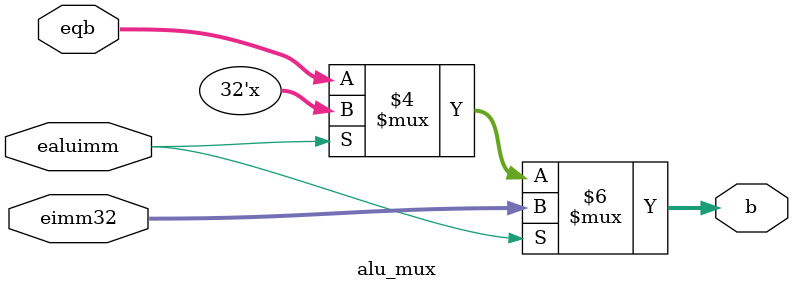
<source format=v>
`timescale 1ns / 1ps


module alu_mux(
    input [31:0] eqb,
    input [31:0] eimm32,
    input ealuimm,
    output reg [31:0] b
    );
    
    always @(*) begin
        if (ealuimm == 0) begin
            b <= eqb;
        end
        if (ealuimm == 1) begin
            b <= eimm32;
        end
    end
endmodule

</source>
